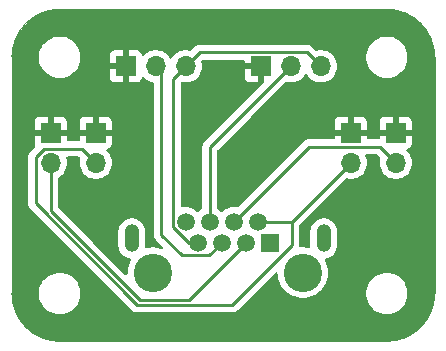
<source format=gbr>
G04 #@! TF.GenerationSoftware,KiCad,Pcbnew,7.0.2*
G04 #@! TF.CreationDate,2023-08-07T19:28:33-05:00*
G04 #@! TF.ProjectId,JoystickBoard,4a6f7973-7469-4636-9b42-6f6172642e6b,rev?*
G04 #@! TF.SameCoordinates,Original*
G04 #@! TF.FileFunction,Copper,L1,Top*
G04 #@! TF.FilePolarity,Positive*
%FSLAX46Y46*%
G04 Gerber Fmt 4.6, Leading zero omitted, Abs format (unit mm)*
G04 Created by KiCad (PCBNEW 7.0.2) date 2023-08-07 19:28:33*
%MOMM*%
%LPD*%
G01*
G04 APERTURE LIST*
G04 #@! TA.AperFunction,ComponentPad*
%ADD10R,1.700000X1.700000*%
G04 #@! TD*
G04 #@! TA.AperFunction,ComponentPad*
%ADD11O,1.700000X1.700000*%
G04 #@! TD*
G04 #@! TA.AperFunction,WasherPad*
%ADD12C,3.250000*%
G04 #@! TD*
G04 #@! TA.AperFunction,ComponentPad*
%ADD13R,1.500000X1.500000*%
G04 #@! TD*
G04 #@! TA.AperFunction,ComponentPad*
%ADD14C,1.500000*%
G04 #@! TD*
G04 #@! TA.AperFunction,ComponentPad*
%ADD15O,1.259000X2.362000*%
G04 #@! TD*
G04 #@! TA.AperFunction,ViaPad*
%ADD16C,0.800000*%
G04 #@! TD*
G04 #@! TA.AperFunction,Conductor*
%ADD17C,0.250000*%
G04 #@! TD*
G04 #@! TA.AperFunction,Profile*
%ADD18C,0.050000*%
G04 #@! TD*
G04 APERTURE END LIST*
D10*
X139700000Y-97075001D03*
D11*
X139700000Y-99615001D03*
D12*
X144529080Y-108922820D03*
X157229080Y-108922820D03*
D13*
X154428380Y-106382820D03*
D14*
X153408380Y-104602820D03*
X152398380Y-106382820D03*
X151378380Y-104602820D03*
X150368380Y-106382820D03*
X149348380Y-104602820D03*
X148338380Y-106382820D03*
X147318380Y-104602820D03*
D15*
X142749080Y-106020870D03*
X159009080Y-106020870D03*
D10*
X142240000Y-91440000D03*
D11*
X144780000Y-91440000D03*
X147320000Y-91440000D03*
D10*
X161290000Y-97075001D03*
D11*
X161290000Y-99615001D03*
D10*
X165100000Y-97075001D03*
D11*
X165100000Y-99615001D03*
X158750000Y-91440000D03*
X156210000Y-91440000D03*
D10*
X153670000Y-91440000D03*
X135890000Y-97075001D03*
D11*
X135890000Y-99615001D03*
D16*
X163576000Y-103632000D03*
X157480000Y-113030000D03*
X156972000Y-95250000D03*
X148844000Y-94742000D03*
X140716000Y-112776000D03*
X150622000Y-88138000D03*
X153416000Y-100330000D03*
X138684000Y-103632000D03*
D17*
X134600000Y-103035690D02*
X143213811Y-111649501D01*
X134600000Y-99165999D02*
X134600000Y-103035690D01*
X135325999Y-98440000D02*
X134600000Y-99165999D01*
X143213811Y-111649501D02*
X151246701Y-111649501D01*
X151246701Y-111649501D02*
X156302181Y-106594021D01*
X139700000Y-99615001D02*
X138524999Y-98440000D01*
X138524999Y-98440000D02*
X135325999Y-98440000D01*
X156302181Y-106594021D02*
X156302181Y-104602820D01*
X147581200Y-111200000D02*
X152398380Y-106382820D01*
X143400000Y-111200000D02*
X147581200Y-111200000D01*
X135890000Y-99615001D02*
X135890000Y-103690000D01*
X135890000Y-103690000D02*
X143400000Y-111200000D01*
X156302181Y-104602820D02*
X161290000Y-99615001D01*
X153408380Y-104602820D02*
X156302181Y-104602820D01*
X157731198Y-98250002D02*
X163735001Y-98250002D01*
X163735001Y-98250002D02*
X165100000Y-99615001D01*
X151378380Y-104602820D02*
X157731198Y-98250002D01*
X147005621Y-107457821D02*
X145237200Y-105689400D01*
X145237200Y-105689400D02*
X145237200Y-91897200D01*
X149293379Y-107457821D02*
X147005621Y-107457821D01*
X145237200Y-91897200D02*
X144780000Y-91440000D01*
X150368380Y-106382820D02*
X149293379Y-107457821D01*
X149348380Y-98301620D02*
X156210000Y-91440000D01*
X149348380Y-104602820D02*
X149348380Y-98301620D01*
X157574999Y-90264999D02*
X148495001Y-90264999D01*
X146243380Y-105048100D02*
X146243380Y-92516620D01*
X158750000Y-91440000D02*
X157574999Y-90264999D01*
X148338380Y-106382820D02*
X147578100Y-106382820D01*
X146243380Y-92516620D02*
X147320000Y-91440000D01*
X147578100Y-106382820D02*
X146243380Y-105048100D01*
X148495001Y-90264999D02*
X147320000Y-91440000D01*
G04 #@! TA.AperFunction,Conductor*
G36*
X152254121Y-90918501D02*
G01*
X152300614Y-90972157D01*
X152312000Y-91024499D01*
X152312000Y-91186000D01*
X153238884Y-91186000D01*
X153210507Y-91230156D01*
X153170000Y-91368111D01*
X153170000Y-91511889D01*
X153210507Y-91649844D01*
X153238884Y-91694000D01*
X152312000Y-91694000D01*
X152312000Y-92335222D01*
X152312359Y-92341936D01*
X152318505Y-92399093D01*
X152369554Y-92535962D01*
X152457095Y-92652904D01*
X152574037Y-92740445D01*
X152710906Y-92791494D01*
X152768063Y-92797640D01*
X152774777Y-92798000D01*
X153416000Y-92798000D01*
X153416000Y-91873674D01*
X153527685Y-91924680D01*
X153634237Y-91940000D01*
X153705763Y-91940000D01*
X153812315Y-91924680D01*
X153924000Y-91873674D01*
X153924000Y-92777904D01*
X153903998Y-92846025D01*
X153887095Y-92866999D01*
X148959716Y-97794377D01*
X148943396Y-97807453D01*
X148894750Y-97859255D01*
X148892001Y-97862092D01*
X148875047Y-97879047D01*
X148875040Y-97879054D01*
X148872245Y-97881850D01*
X148869822Y-97884972D01*
X148869806Y-97884991D01*
X148869745Y-97885071D01*
X148862069Y-97894056D01*
X148831794Y-97926297D01*
X148822032Y-97944054D01*
X148811181Y-97960572D01*
X148798765Y-97976579D01*
X148781204Y-98017159D01*
X148775984Y-98027815D01*
X148754684Y-98066560D01*
X148749647Y-98086179D01*
X148743244Y-98104881D01*
X148735198Y-98123475D01*
X148728281Y-98167144D01*
X148725875Y-98178764D01*
X148714880Y-98221589D01*
X148714880Y-98241843D01*
X148713329Y-98261553D01*
X148710159Y-98281562D01*
X148714321Y-98325581D01*
X148714880Y-98337439D01*
X148714880Y-103444465D01*
X148694878Y-103512586D01*
X148661151Y-103547678D01*
X148536338Y-103635073D01*
X148422475Y-103748937D01*
X148360163Y-103782963D01*
X148289348Y-103777898D01*
X148244285Y-103748937D01*
X148130421Y-103635073D01*
X147950033Y-103508763D01*
X147750454Y-103415699D01*
X147537755Y-103358705D01*
X147361747Y-103343307D01*
X147318380Y-103339513D01*
X147318379Y-103339513D01*
X147275013Y-103343307D01*
X147099009Y-103358705D01*
X147035490Y-103375724D01*
X146964515Y-103374035D01*
X146905719Y-103334241D01*
X146877771Y-103268977D01*
X146876880Y-103254018D01*
X146876880Y-92892109D01*
X146896882Y-92823988D01*
X146950538Y-92777495D01*
X147020812Y-92767391D01*
X147023582Y-92767821D01*
X147207431Y-92798500D01*
X147207434Y-92798500D01*
X147432566Y-92798500D01*
X147432569Y-92798500D01*
X147654635Y-92761444D01*
X147867574Y-92688342D01*
X148065576Y-92581189D01*
X148243240Y-92442906D01*
X148395722Y-92277268D01*
X148518860Y-92088791D01*
X148609296Y-91882616D01*
X148664564Y-91664368D01*
X148683156Y-91440000D01*
X148664564Y-91215632D01*
X148636817Y-91106062D01*
X148639484Y-91035117D01*
X148669864Y-90986038D01*
X148720501Y-90935402D01*
X148782815Y-90901378D01*
X148809596Y-90898499D01*
X152186000Y-90898499D01*
X152254121Y-90918501D01*
G37*
G04 #@! TD.AperFunction*
G04 #@! TA.AperFunction,Conductor*
G36*
X164340898Y-86639634D02*
G01*
X164704807Y-86656459D01*
X164716395Y-86657533D01*
X164816713Y-86671526D01*
X165074320Y-86707460D01*
X165085731Y-86709594D01*
X165437520Y-86792334D01*
X165448708Y-86795517D01*
X165791352Y-86910360D01*
X165802199Y-86914562D01*
X166132802Y-87060537D01*
X166143193Y-87065712D01*
X166458901Y-87241560D01*
X166468794Y-87247685D01*
X166766945Y-87451922D01*
X166776211Y-87458919D01*
X167054245Y-87689796D01*
X167062845Y-87697637D01*
X167318362Y-87953154D01*
X167326203Y-87961754D01*
X167557077Y-88239785D01*
X167564079Y-88249057D01*
X167643095Y-88364406D01*
X167768313Y-88547203D01*
X167774439Y-88557098D01*
X167950280Y-88872792D01*
X167955465Y-88883205D01*
X168003651Y-88992336D01*
X168101436Y-89213798D01*
X168105640Y-89224650D01*
X168220481Y-89567288D01*
X168223666Y-89578482D01*
X168306402Y-89930252D01*
X168308541Y-89941693D01*
X168358466Y-90299604D01*
X168359540Y-90311191D01*
X168370435Y-90546818D01*
X168376265Y-90672927D01*
X168376366Y-90675100D01*
X168376500Y-90680920D01*
X168376500Y-110677579D01*
X168376366Y-110683399D01*
X168359540Y-111047308D01*
X168358466Y-111058895D01*
X168308541Y-111416806D01*
X168306402Y-111428247D01*
X168223666Y-111780017D01*
X168220481Y-111791211D01*
X168105640Y-112133849D01*
X168101436Y-112144701D01*
X167955468Y-112475289D01*
X167950280Y-112485707D01*
X167774439Y-112801401D01*
X167768313Y-112811296D01*
X167564085Y-113109434D01*
X167557071Y-113118722D01*
X167326203Y-113396745D01*
X167318362Y-113405345D01*
X167062845Y-113660862D01*
X167054245Y-113668703D01*
X166776222Y-113899571D01*
X166766934Y-113906585D01*
X166468796Y-114110813D01*
X166458901Y-114116939D01*
X166143207Y-114292780D01*
X166132789Y-114297968D01*
X165802201Y-114443936D01*
X165791349Y-114448140D01*
X165448711Y-114562981D01*
X165437517Y-114566166D01*
X165085747Y-114648902D01*
X165074306Y-114651041D01*
X164716395Y-114700966D01*
X164704808Y-114702040D01*
X164352450Y-114718331D01*
X164340897Y-114718866D01*
X164335079Y-114719000D01*
X136654921Y-114719000D01*
X136649102Y-114718866D01*
X136637002Y-114718306D01*
X136285191Y-114702040D01*
X136273604Y-114700966D01*
X135915693Y-114651041D01*
X135904252Y-114648902D01*
X135552482Y-114566166D01*
X135541288Y-114562981D01*
X135198650Y-114448140D01*
X135187798Y-114443936D01*
X134966336Y-114346151D01*
X134857205Y-114297965D01*
X134846797Y-114292782D01*
X134688945Y-114204859D01*
X134531098Y-114116939D01*
X134521203Y-114110813D01*
X134423532Y-114043907D01*
X134223057Y-113906579D01*
X134213785Y-113899577D01*
X133935754Y-113668703D01*
X133927154Y-113660862D01*
X133671637Y-113405345D01*
X133663796Y-113396745D01*
X133580017Y-113295854D01*
X133432919Y-113118711D01*
X133425922Y-113109445D01*
X133221685Y-112811294D01*
X133215560Y-112801401D01*
X133039712Y-112485693D01*
X133034537Y-112475302D01*
X132888562Y-112144699D01*
X132884359Y-112133849D01*
X132883655Y-112131750D01*
X132769517Y-111791208D01*
X132766333Y-111780017D01*
X132764559Y-111772474D01*
X132683594Y-111428231D01*
X132681460Y-111416820D01*
X132631533Y-111058895D01*
X132630459Y-111047307D01*
X132619450Y-110809182D01*
X134887500Y-110809182D01*
X134926604Y-111068615D01*
X134926605Y-111068618D01*
X135003936Y-111319323D01*
X135117772Y-111555704D01*
X135265563Y-111772474D01*
X135265565Y-111772476D01*
X135265567Y-111772479D01*
X135444019Y-111964805D01*
X135649143Y-112128386D01*
X135876357Y-112259568D01*
X136120584Y-112355420D01*
X136376370Y-112413802D01*
X136572506Y-112428500D01*
X136574859Y-112428500D01*
X136701141Y-112428500D01*
X136703494Y-112428500D01*
X136899630Y-112413802D01*
X137155416Y-112355420D01*
X137399643Y-112259568D01*
X137626857Y-112128386D01*
X137831981Y-111964805D01*
X138010433Y-111772479D01*
X138158228Y-111555704D01*
X138272063Y-111319323D01*
X138349396Y-111068615D01*
X138388500Y-110809182D01*
X138388500Y-110546818D01*
X138349396Y-110287385D01*
X138272063Y-110036677D01*
X138268902Y-110030114D01*
X138217242Y-109922841D01*
X138158228Y-109800296D01*
X138010433Y-109583521D01*
X137831981Y-109391195D01*
X137626857Y-109227614D01*
X137399643Y-109096432D01*
X137296326Y-109055883D01*
X137155417Y-109000580D01*
X136899630Y-108942198D01*
X136705836Y-108927675D01*
X136705822Y-108927674D01*
X136703494Y-108927500D01*
X136572506Y-108927500D01*
X136570178Y-108927674D01*
X136570163Y-108927675D01*
X136376369Y-108942198D01*
X136120582Y-109000580D01*
X135876356Y-109096432D01*
X135665417Y-109218218D01*
X135649143Y-109227614D01*
X135444019Y-109391195D01*
X135305525Y-109540455D01*
X135265563Y-109583525D01*
X135117772Y-109800295D01*
X135003936Y-110036676D01*
X134930258Y-110275538D01*
X134926604Y-110287385D01*
X134887500Y-110546818D01*
X134887500Y-110809182D01*
X132619450Y-110809182D01*
X132613634Y-110683398D01*
X132613500Y-110677579D01*
X132613500Y-99145943D01*
X133961779Y-99145943D01*
X133965940Y-99189962D01*
X133966499Y-99201818D01*
X133966499Y-102951842D01*
X133964204Y-102972631D01*
X133966438Y-103043674D01*
X133966500Y-103047633D01*
X133966500Y-103075546D01*
X133966995Y-103079464D01*
X133966997Y-103079496D01*
X133967008Y-103079578D01*
X133967937Y-103091387D01*
X133969326Y-103135582D01*
X133974977Y-103155031D01*
X133978986Y-103174386D01*
X133981525Y-103194484D01*
X133981525Y-103194486D01*
X133981526Y-103194487D01*
X133991932Y-103220771D01*
X133997801Y-103235593D01*
X134001644Y-103246820D01*
X134013980Y-103289280D01*
X134024294Y-103306720D01*
X134032987Y-103324464D01*
X134038946Y-103339513D01*
X134040449Y-103343309D01*
X134066431Y-103379070D01*
X134072948Y-103388991D01*
X134095458Y-103427053D01*
X134109778Y-103441373D01*
X134122618Y-103456406D01*
X134134526Y-103472795D01*
X134168598Y-103500982D01*
X134177378Y-103508972D01*
X142706562Y-112038156D01*
X142719646Y-112054486D01*
X142771477Y-112103158D01*
X142774320Y-112105914D01*
X142794041Y-112125635D01*
X142797162Y-112128056D01*
X142797170Y-112128063D01*
X142797236Y-112128114D01*
X142806256Y-112135818D01*
X142838490Y-112166087D01*
X142856246Y-112175848D01*
X142872762Y-112186697D01*
X142888770Y-112199114D01*
X142928964Y-112216507D01*
X142929336Y-112216668D01*
X142939999Y-112221892D01*
X142978749Y-112243195D01*
X142978751Y-112243196D01*
X142998373Y-112248234D01*
X143017078Y-112254638D01*
X143035666Y-112262682D01*
X143079333Y-112269597D01*
X143090940Y-112272001D01*
X143133781Y-112283001D01*
X143154042Y-112283001D01*
X143173750Y-112284551D01*
X143193754Y-112287720D01*
X143193754Y-112287719D01*
X143193755Y-112287720D01*
X143237765Y-112283560D01*
X143249622Y-112283001D01*
X151162848Y-112283001D01*
X151183636Y-112285296D01*
X151186608Y-112285202D01*
X151186610Y-112285203D01*
X151254686Y-112283063D01*
X151258646Y-112283001D01*
X151282595Y-112283001D01*
X151286557Y-112283001D01*
X151290557Y-112282495D01*
X151302400Y-112281562D01*
X151346590Y-112280174D01*
X151366039Y-112274522D01*
X151385399Y-112270513D01*
X151405498Y-112267975D01*
X151446616Y-112251694D01*
X151457818Y-112247858D01*
X151500294Y-112235519D01*
X151517740Y-112225200D01*
X151535481Y-112216510D01*
X151554318Y-112209053D01*
X151590093Y-112183059D01*
X151600004Y-112176549D01*
X151638063Y-112154043D01*
X151652392Y-112139713D01*
X151667420Y-112126878D01*
X151683808Y-112114973D01*
X151712004Y-112080887D01*
X151719973Y-112072131D01*
X154880532Y-108911572D01*
X154942842Y-108877548D01*
X155013657Y-108882613D01*
X155070493Y-108925160D01*
X155095304Y-108991680D01*
X155095331Y-108992070D01*
X155110219Y-109209716D01*
X155110513Y-109214010D01*
X155111386Y-109218211D01*
X155111387Y-109218218D01*
X155162238Y-109462926D01*
X155169896Y-109499776D01*
X155171333Y-109503819D01*
X155171336Y-109503830D01*
X155266196Y-109770742D01*
X155266199Y-109770749D01*
X155267637Y-109774795D01*
X155401917Y-110033942D01*
X155404398Y-110037457D01*
X155404400Y-110037460D01*
X155567749Y-110268874D01*
X155567754Y-110268880D01*
X155570233Y-110272392D01*
X155769450Y-110485702D01*
X155995858Y-110669898D01*
X156245238Y-110821549D01*
X156512945Y-110937831D01*
X156793992Y-111016577D01*
X157083145Y-111056320D01*
X157087450Y-111056320D01*
X157370710Y-111056320D01*
X157375015Y-111056320D01*
X157664168Y-111016577D01*
X157945215Y-110937831D01*
X158212922Y-110821549D01*
X158233259Y-110809182D01*
X162587500Y-110809182D01*
X162626604Y-111068615D01*
X162626605Y-111068618D01*
X162703936Y-111319323D01*
X162817772Y-111555704D01*
X162965563Y-111772474D01*
X162965565Y-111772476D01*
X162965567Y-111772479D01*
X163144019Y-111964805D01*
X163349143Y-112128386D01*
X163576357Y-112259568D01*
X163820584Y-112355420D01*
X164076370Y-112413802D01*
X164272506Y-112428500D01*
X164274859Y-112428500D01*
X164401141Y-112428500D01*
X164403494Y-112428500D01*
X164599630Y-112413802D01*
X164855416Y-112355420D01*
X165099643Y-112259568D01*
X165326857Y-112128386D01*
X165531981Y-111964805D01*
X165710433Y-111772479D01*
X165858228Y-111555704D01*
X165972063Y-111319323D01*
X166049396Y-111068615D01*
X166088500Y-110809182D01*
X166088500Y-110546818D01*
X166049396Y-110287385D01*
X165972063Y-110036677D01*
X165968902Y-110030114D01*
X165917242Y-109922841D01*
X165858228Y-109800296D01*
X165710433Y-109583521D01*
X165531981Y-109391195D01*
X165326857Y-109227614D01*
X165099643Y-109096432D01*
X164996326Y-109055883D01*
X164855417Y-109000580D01*
X164599630Y-108942198D01*
X164405836Y-108927675D01*
X164405822Y-108927674D01*
X164403494Y-108927500D01*
X164272506Y-108927500D01*
X164270178Y-108927674D01*
X164270163Y-108927675D01*
X164076369Y-108942198D01*
X163820582Y-109000580D01*
X163576356Y-109096432D01*
X163365417Y-109218218D01*
X163349143Y-109227614D01*
X163144019Y-109391195D01*
X163005525Y-109540455D01*
X162965563Y-109583525D01*
X162817772Y-109800295D01*
X162703936Y-110036676D01*
X162630258Y-110275538D01*
X162626604Y-110287385D01*
X162587500Y-110546818D01*
X162587500Y-110809182D01*
X158233259Y-110809182D01*
X158462302Y-110669898D01*
X158688710Y-110485702D01*
X158887927Y-110272392D01*
X159056243Y-110033942D01*
X159190523Y-109774795D01*
X159288264Y-109499776D01*
X159347647Y-109214010D01*
X159367565Y-108922820D01*
X159347647Y-108631630D01*
X159288264Y-108345864D01*
X159190523Y-108070845D01*
X159091580Y-107879896D01*
X159078000Y-107810212D01*
X159104250Y-107744246D01*
X159161997Y-107702945D01*
X159180288Y-107698077D01*
X159321843Y-107671616D01*
X159518503Y-107595430D01*
X159697816Y-107484404D01*
X159853675Y-107342320D01*
X159980772Y-107174016D01*
X160074779Y-106985224D01*
X160132495Y-106782373D01*
X160147080Y-106624979D01*
X160147080Y-105416761D01*
X160132495Y-105259367D01*
X160074779Y-105056516D01*
X159980772Y-104867724D01*
X159978883Y-104865223D01*
X159947710Y-104823943D01*
X159853675Y-104699420D01*
X159697816Y-104557336D01*
X159647974Y-104526475D01*
X159518504Y-104446310D01*
X159321843Y-104370124D01*
X159321842Y-104370124D01*
X159114531Y-104331370D01*
X158903629Y-104331370D01*
X158748144Y-104360435D01*
X158696316Y-104370124D01*
X158499655Y-104446310D01*
X158320345Y-104557335D01*
X158164484Y-104699421D01*
X158037389Y-104867721D01*
X157943379Y-105056519D01*
X157892222Y-105236320D01*
X157885665Y-105259367D01*
X157871080Y-105416761D01*
X157871080Y-106624979D01*
X157875627Y-106674051D01*
X157879112Y-106711656D01*
X157865480Y-106781332D01*
X157816342Y-106832577D01*
X157747300Y-106849121D01*
X157719656Y-106844609D01*
X157668318Y-106830225D01*
X157668307Y-106830222D01*
X157664168Y-106829063D01*
X157659907Y-106828477D01*
X157659896Y-106828475D01*
X157379283Y-106789906D01*
X157379274Y-106789905D01*
X157375015Y-106789320D01*
X157083145Y-106789320D01*
X157078884Y-106789905D01*
X157078864Y-106789907D01*
X157078810Y-106789915D01*
X157078792Y-106789912D01*
X157074590Y-106790200D01*
X157078223Y-106789826D01*
X157008603Y-106779360D01*
X156955247Y-106732522D01*
X156935681Y-106665085D01*
X156935681Y-106653790D01*
X156937232Y-106634079D01*
X156938217Y-106627859D01*
X156940400Y-106614078D01*
X156939276Y-106602191D01*
X156936240Y-106570066D01*
X156935681Y-106558209D01*
X156935681Y-104917413D01*
X156955683Y-104849292D01*
X156972586Y-104828318D01*
X158849062Y-102951842D01*
X160832076Y-100968827D01*
X160894386Y-100934803D01*
X160944565Y-100937728D01*
X160945066Y-100934726D01*
X160955362Y-100936444D01*
X160955365Y-100936445D01*
X161177431Y-100973501D01*
X161177434Y-100973501D01*
X161402566Y-100973501D01*
X161402569Y-100973501D01*
X161624635Y-100936445D01*
X161837574Y-100863343D01*
X162035576Y-100756190D01*
X162213240Y-100617907D01*
X162365722Y-100452269D01*
X162488860Y-100263792D01*
X162579296Y-100057617D01*
X162634564Y-99839369D01*
X162653156Y-99615001D01*
X162634564Y-99390633D01*
X162579296Y-99172385D01*
X162530049Y-99060114D01*
X162521004Y-98989697D01*
X162551465Y-98925567D01*
X162611762Y-98888086D01*
X162645438Y-98883502D01*
X163420407Y-98883502D01*
X163488528Y-98903504D01*
X163509502Y-98920407D01*
X163750132Y-99161037D01*
X163784158Y-99223349D01*
X163783182Y-99281061D01*
X163755436Y-99390630D01*
X163755436Y-99390633D01*
X163736844Y-99615001D01*
X163755436Y-99839369D01*
X163755436Y-99839372D01*
X163755437Y-99839373D01*
X163810702Y-100057612D01*
X163901139Y-100263791D01*
X164024278Y-100452269D01*
X164176762Y-100617909D01*
X164354421Y-100756188D01*
X164354424Y-100756190D01*
X164552426Y-100863343D01*
X164765365Y-100936445D01*
X164987431Y-100973501D01*
X164987434Y-100973501D01*
X165212566Y-100973501D01*
X165212569Y-100973501D01*
X165434635Y-100936445D01*
X165647574Y-100863343D01*
X165845576Y-100756190D01*
X166023240Y-100617907D01*
X166175722Y-100452269D01*
X166298860Y-100263792D01*
X166389296Y-100057617D01*
X166444564Y-99839369D01*
X166463156Y-99615001D01*
X166444564Y-99390633D01*
X166389296Y-99172385D01*
X166298860Y-98966210D01*
X166175722Y-98777733D01*
X166032157Y-98621781D01*
X166000737Y-98558118D01*
X166008724Y-98487572D01*
X166053583Y-98432543D01*
X166080827Y-98418389D01*
X166195963Y-98375446D01*
X166312904Y-98287905D01*
X166400445Y-98170963D01*
X166451494Y-98034094D01*
X166457640Y-97976937D01*
X166458000Y-97970223D01*
X166458000Y-97329001D01*
X165531116Y-97329001D01*
X165559493Y-97284845D01*
X165600000Y-97146890D01*
X165600000Y-97003112D01*
X165559493Y-96865157D01*
X165531116Y-96821001D01*
X166458000Y-96821001D01*
X166458000Y-96179778D01*
X166457640Y-96173064D01*
X166451494Y-96115907D01*
X166400445Y-95979038D01*
X166312904Y-95862096D01*
X166195962Y-95774555D01*
X166059093Y-95723506D01*
X166001936Y-95717360D01*
X165995223Y-95717001D01*
X165354000Y-95717001D01*
X165354000Y-96641326D01*
X165242315Y-96590321D01*
X165135763Y-96575001D01*
X165064237Y-96575001D01*
X164957685Y-96590321D01*
X164846000Y-96641326D01*
X164846000Y-95717001D01*
X164204777Y-95717001D01*
X164198063Y-95717360D01*
X164140906Y-95723506D01*
X164004037Y-95774555D01*
X163887095Y-95862096D01*
X163799554Y-95979038D01*
X163748505Y-96115907D01*
X163742359Y-96173064D01*
X163742000Y-96179778D01*
X163742000Y-96821001D01*
X164668884Y-96821001D01*
X164640507Y-96865157D01*
X164600000Y-97003112D01*
X164600000Y-97146890D01*
X164640507Y-97284845D01*
X164668884Y-97329001D01*
X163742000Y-97329001D01*
X163742000Y-97490502D01*
X163721998Y-97558623D01*
X163668342Y-97605116D01*
X163616000Y-97616502D01*
X162774000Y-97616502D01*
X162705879Y-97596500D01*
X162659386Y-97542844D01*
X162648000Y-97490502D01*
X162648000Y-97329001D01*
X161721116Y-97329001D01*
X161749493Y-97284845D01*
X161790000Y-97146890D01*
X161790000Y-97003112D01*
X161749493Y-96865157D01*
X161721116Y-96821001D01*
X162648000Y-96821001D01*
X162648000Y-96179778D01*
X162647640Y-96173064D01*
X162641494Y-96115907D01*
X162590445Y-95979038D01*
X162502904Y-95862096D01*
X162385962Y-95774555D01*
X162249093Y-95723506D01*
X162191936Y-95717360D01*
X162185223Y-95717001D01*
X161544000Y-95717001D01*
X161544000Y-96641326D01*
X161432315Y-96590321D01*
X161325763Y-96575001D01*
X161254237Y-96575001D01*
X161147685Y-96590321D01*
X161036000Y-96641326D01*
X161036000Y-95717001D01*
X160394777Y-95717001D01*
X160388063Y-95717360D01*
X160330906Y-95723506D01*
X160194037Y-95774555D01*
X160077095Y-95862096D01*
X159989554Y-95979038D01*
X159938505Y-96115907D01*
X159932359Y-96173064D01*
X159932000Y-96179778D01*
X159932000Y-96821001D01*
X160858884Y-96821001D01*
X160830507Y-96865157D01*
X160790000Y-97003112D01*
X160790000Y-97146890D01*
X160830507Y-97284845D01*
X160858884Y-97329001D01*
X159932000Y-97329001D01*
X159932000Y-97490502D01*
X159911998Y-97558623D01*
X159858342Y-97605116D01*
X159806000Y-97616502D01*
X157815047Y-97616502D01*
X157794262Y-97614207D01*
X157723231Y-97616440D01*
X157719273Y-97616502D01*
X157691342Y-97616502D01*
X157687430Y-97616995D01*
X157687397Y-97616998D01*
X157687299Y-97617011D01*
X157675498Y-97617939D01*
X157631308Y-97619328D01*
X157611855Y-97624980D01*
X157592501Y-97628988D01*
X157572399Y-97631528D01*
X157531282Y-97647806D01*
X157520057Y-97651649D01*
X157477606Y-97663982D01*
X157460165Y-97674297D01*
X157442417Y-97682991D01*
X157423581Y-97690449D01*
X157387812Y-97716436D01*
X157377895Y-97722950D01*
X157339835Y-97745459D01*
X157325503Y-97759790D01*
X157310479Y-97772621D01*
X157294094Y-97784526D01*
X157265909Y-97818595D01*
X157257921Y-97827372D01*
X151750802Y-103334491D01*
X151688490Y-103368517D01*
X151629098Y-103367103D01*
X151597756Y-103358705D01*
X151378380Y-103339513D01*
X151159004Y-103358705D01*
X150946305Y-103415699D01*
X150746727Y-103508763D01*
X150566338Y-103635073D01*
X150452475Y-103748937D01*
X150390163Y-103782963D01*
X150319348Y-103777898D01*
X150274285Y-103748937D01*
X150160420Y-103635072D01*
X150035608Y-103547676D01*
X149991280Y-103492219D01*
X149981880Y-103444464D01*
X149981880Y-98616214D01*
X150001882Y-98548093D01*
X150018785Y-98527119D01*
X152828903Y-95717001D01*
X155752077Y-92793826D01*
X155814387Y-92759802D01*
X155864566Y-92762727D01*
X155865067Y-92759725D01*
X155875361Y-92761442D01*
X155875365Y-92761444D01*
X156097431Y-92798500D01*
X156097434Y-92798500D01*
X156322566Y-92798500D01*
X156322569Y-92798500D01*
X156544635Y-92761444D01*
X156757574Y-92688342D01*
X156955576Y-92581189D01*
X157133240Y-92442906D01*
X157285722Y-92277268D01*
X157374518Y-92141354D01*
X157428521Y-92095268D01*
X157498869Y-92085693D01*
X157563226Y-92115670D01*
X157585480Y-92141353D01*
X157662713Y-92259567D01*
X157674278Y-92277268D01*
X157826762Y-92442908D01*
X157946317Y-92535962D01*
X158004424Y-92581189D01*
X158202426Y-92688342D01*
X158415365Y-92761444D01*
X158637431Y-92798500D01*
X158637434Y-92798500D01*
X158862566Y-92798500D01*
X158862569Y-92798500D01*
X159084635Y-92761444D01*
X159297574Y-92688342D01*
X159495576Y-92581189D01*
X159673240Y-92442906D01*
X159825722Y-92277268D01*
X159948860Y-92088791D01*
X160039296Y-91882616D01*
X160094564Y-91664368D01*
X160113156Y-91440000D01*
X160094564Y-91215632D01*
X160039296Y-90997384D01*
X159956744Y-90809182D01*
X162587500Y-90809182D01*
X162626604Y-91068615D01*
X162626605Y-91068618D01*
X162703936Y-91319323D01*
X162817772Y-91555704D01*
X162965563Y-91772474D01*
X162965565Y-91772476D01*
X162965567Y-91772479D01*
X163144019Y-91964805D01*
X163349143Y-92128386D01*
X163576357Y-92259568D01*
X163820584Y-92355420D01*
X164076370Y-92413802D01*
X164272506Y-92428500D01*
X164274859Y-92428500D01*
X164401141Y-92428500D01*
X164403494Y-92428500D01*
X164599630Y-92413802D01*
X164855416Y-92355420D01*
X165099643Y-92259568D01*
X165326857Y-92128386D01*
X165531981Y-91964805D01*
X165710433Y-91772479D01*
X165858228Y-91555704D01*
X165972063Y-91319323D01*
X166049396Y-91068615D01*
X166088500Y-90809182D01*
X166088500Y-90546818D01*
X166049396Y-90287385D01*
X165972063Y-90036677D01*
X165858228Y-89800296D01*
X165756997Y-89651818D01*
X165710436Y-89583525D01*
X165710434Y-89583523D01*
X165710433Y-89583521D01*
X165531981Y-89391195D01*
X165326857Y-89227614D01*
X165099643Y-89096432D01*
X164855417Y-89000580D01*
X164599630Y-88942198D01*
X164405836Y-88927675D01*
X164405822Y-88927674D01*
X164403494Y-88927500D01*
X164272506Y-88927500D01*
X164270178Y-88927674D01*
X164270163Y-88927675D01*
X164076369Y-88942198D01*
X163820582Y-89000580D01*
X163576356Y-89096432D01*
X163349146Y-89227612D01*
X163349143Y-89227614D01*
X163144019Y-89391195D01*
X163005525Y-89540455D01*
X162965563Y-89583525D01*
X162817772Y-89800295D01*
X162703936Y-90036676D01*
X162626605Y-90287381D01*
X162626604Y-90287385D01*
X162587500Y-90546818D01*
X162587500Y-90809182D01*
X159956744Y-90809182D01*
X159948860Y-90791209D01*
X159825722Y-90602732D01*
X159673240Y-90437094D01*
X159673239Y-90437093D01*
X159673237Y-90437091D01*
X159495578Y-90298812D01*
X159297573Y-90191657D01*
X159145800Y-90139554D01*
X159084635Y-90118556D01*
X158862569Y-90081500D01*
X158637431Y-90081500D01*
X158415365Y-90118556D01*
X158415360Y-90118557D01*
X158405068Y-90120275D01*
X158404529Y-90117046D01*
X158351119Y-90119440D01*
X158292076Y-90086171D01*
X158082243Y-89876338D01*
X158069170Y-89860020D01*
X158017347Y-89811355D01*
X158014505Y-89808600D01*
X157997573Y-89791668D01*
X157994769Y-89788864D01*
X157991574Y-89786385D01*
X157982553Y-89778681D01*
X157950319Y-89748412D01*
X157932566Y-89738652D01*
X157916040Y-89727796D01*
X157900040Y-89715385D01*
X157859465Y-89697827D01*
X157848803Y-89692603D01*
X157810062Y-89671304D01*
X157796312Y-89667774D01*
X157790436Y-89666265D01*
X157771730Y-89659861D01*
X157753144Y-89651818D01*
X157709474Y-89644901D01*
X157697852Y-89642494D01*
X157688049Y-89639977D01*
X157655029Y-89631499D01*
X157655028Y-89631499D01*
X157634775Y-89631499D01*
X157615065Y-89629948D01*
X157595056Y-89626778D01*
X157551038Y-89630940D01*
X157539180Y-89631499D01*
X148578850Y-89631499D01*
X148558065Y-89629204D01*
X148487034Y-89631437D01*
X148483076Y-89631499D01*
X148455145Y-89631499D01*
X148451233Y-89631992D01*
X148451200Y-89631995D01*
X148451102Y-89632008D01*
X148439301Y-89632936D01*
X148395111Y-89634325D01*
X148375658Y-89639977D01*
X148356304Y-89643985D01*
X148336205Y-89646524D01*
X148295097Y-89662800D01*
X148283871Y-89666643D01*
X148241409Y-89678980D01*
X148223965Y-89689296D01*
X148206216Y-89697990D01*
X148187385Y-89705445D01*
X148151626Y-89731426D01*
X148141707Y-89737942D01*
X148103637Y-89760456D01*
X148089310Y-89774784D01*
X148074280Y-89787621D01*
X148057895Y-89799525D01*
X148029712Y-89833592D01*
X148021724Y-89842369D01*
X147777922Y-90086171D01*
X147715610Y-90120197D01*
X147665432Y-90117273D01*
X147664932Y-90120275D01*
X147654639Y-90118557D01*
X147654635Y-90118556D01*
X147432569Y-90081500D01*
X147207431Y-90081500D01*
X146985365Y-90118556D01*
X146985362Y-90118556D01*
X146985362Y-90118557D01*
X146772426Y-90191657D01*
X146574421Y-90298812D01*
X146396762Y-90437091D01*
X146244278Y-90602731D01*
X146155483Y-90738643D01*
X146101479Y-90784731D01*
X146031131Y-90794306D01*
X145966774Y-90764328D01*
X145944517Y-90738643D01*
X145901583Y-90672928D01*
X145855722Y-90602732D01*
X145703240Y-90437094D01*
X145703239Y-90437093D01*
X145703237Y-90437091D01*
X145525578Y-90298812D01*
X145327573Y-90191657D01*
X145175800Y-90139554D01*
X145114635Y-90118556D01*
X144892569Y-90081500D01*
X144667431Y-90081500D01*
X144445365Y-90118556D01*
X144445362Y-90118556D01*
X144445362Y-90118557D01*
X144232426Y-90191657D01*
X144034421Y-90298812D01*
X143856762Y-90437091D01*
X143795375Y-90503775D01*
X143734521Y-90540346D01*
X143663557Y-90538211D01*
X143605012Y-90498049D01*
X143584618Y-90462469D01*
X143540445Y-90344037D01*
X143452904Y-90227095D01*
X143335962Y-90139554D01*
X143199093Y-90088505D01*
X143141936Y-90082359D01*
X143135223Y-90082000D01*
X142494000Y-90082000D01*
X142494000Y-91006325D01*
X142382315Y-90955320D01*
X142275763Y-90940000D01*
X142204237Y-90940000D01*
X142097685Y-90955320D01*
X141986000Y-91006325D01*
X141986000Y-90082000D01*
X141344777Y-90082000D01*
X141338063Y-90082359D01*
X141280906Y-90088505D01*
X141144037Y-90139554D01*
X141027095Y-90227095D01*
X140939554Y-90344037D01*
X140888505Y-90480906D01*
X140882359Y-90538063D01*
X140882000Y-90544777D01*
X140882000Y-91186000D01*
X141808884Y-91186000D01*
X141780507Y-91230156D01*
X141740000Y-91368111D01*
X141740000Y-91511889D01*
X141780507Y-91649844D01*
X141808884Y-91694000D01*
X140882000Y-91694000D01*
X140882000Y-92335222D01*
X140882359Y-92341936D01*
X140888505Y-92399093D01*
X140939554Y-92535962D01*
X141027095Y-92652904D01*
X141144037Y-92740445D01*
X141280906Y-92791494D01*
X141338063Y-92797640D01*
X141344777Y-92798000D01*
X141986000Y-92798000D01*
X141986000Y-91873674D01*
X142097685Y-91924680D01*
X142204237Y-91940000D01*
X142275763Y-91940000D01*
X142382315Y-91924680D01*
X142494000Y-91873674D01*
X142494000Y-92798000D01*
X143135223Y-92798000D01*
X143141936Y-92797640D01*
X143199093Y-92791494D01*
X143335962Y-92740445D01*
X143452904Y-92652904D01*
X143540445Y-92535962D01*
X143584618Y-92417530D01*
X143627164Y-92360694D01*
X143693685Y-92335883D01*
X143763059Y-92350974D01*
X143795372Y-92376222D01*
X143816427Y-92399093D01*
X143856762Y-92442908D01*
X143976317Y-92535962D01*
X144034424Y-92581189D01*
X144232426Y-92688342D01*
X144445365Y-92761444D01*
X144498440Y-92770300D01*
X144562337Y-92801240D01*
X144599365Y-92861816D01*
X144603700Y-92894581D01*
X144603700Y-105605547D01*
X144601404Y-105626335D01*
X144603638Y-105697384D01*
X144603700Y-105701343D01*
X144603700Y-105729256D01*
X144604195Y-105733174D01*
X144604197Y-105733206D01*
X144604208Y-105733288D01*
X144605137Y-105745097D01*
X144606526Y-105789292D01*
X144612177Y-105808741D01*
X144616186Y-105828096D01*
X144618725Y-105848194D01*
X144635001Y-105889303D01*
X144638844Y-105900530D01*
X144651180Y-105942990D01*
X144661494Y-105960430D01*
X144670187Y-105978174D01*
X144677648Y-105997017D01*
X144677649Y-105997019D01*
X144703631Y-106032780D01*
X144710148Y-106042701D01*
X144732658Y-106080763D01*
X144746978Y-106095083D01*
X144759818Y-106110116D01*
X144771726Y-106126505D01*
X144805798Y-106154692D01*
X144814567Y-106162671D01*
X145129290Y-106477394D01*
X145341877Y-106689981D01*
X145375902Y-106752293D01*
X145370837Y-106823109D01*
X145328290Y-106879944D01*
X145261770Y-106904755D01*
X145218786Y-106900404D01*
X144968309Y-106830223D01*
X144968305Y-106830222D01*
X144964168Y-106829063D01*
X144959905Y-106828477D01*
X144959900Y-106828476D01*
X144679283Y-106789906D01*
X144679274Y-106789905D01*
X144675015Y-106789320D01*
X144383145Y-106789320D01*
X144378886Y-106789905D01*
X144378876Y-106789906D01*
X144098263Y-106828475D01*
X144098249Y-106828477D01*
X144093992Y-106829063D01*
X144089856Y-106830221D01*
X144089836Y-106830226D01*
X144038502Y-106844609D01*
X143967511Y-106843726D01*
X143908267Y-106804603D01*
X143879579Y-106739661D01*
X143879048Y-106711655D01*
X143887080Y-106624979D01*
X143887080Y-105416761D01*
X143872495Y-105259367D01*
X143814779Y-105056516D01*
X143720772Y-104867724D01*
X143718883Y-104865223D01*
X143687710Y-104823943D01*
X143593675Y-104699420D01*
X143437816Y-104557336D01*
X143387974Y-104526475D01*
X143258504Y-104446310D01*
X143061843Y-104370124D01*
X143061842Y-104370124D01*
X142854531Y-104331370D01*
X142643629Y-104331370D01*
X142488144Y-104360435D01*
X142436316Y-104370124D01*
X142239655Y-104446310D01*
X142060345Y-104557335D01*
X141904484Y-104699421D01*
X141777389Y-104867721D01*
X141683379Y-105056519D01*
X141632222Y-105236320D01*
X141625665Y-105259367D01*
X141611080Y-105416761D01*
X141611080Y-106624979D01*
X141625665Y-106782373D01*
X141625665Y-106782376D01*
X141625666Y-106782377D01*
X141683379Y-106985220D01*
X141777389Y-107174018D01*
X141778691Y-107175742D01*
X141904485Y-107342320D01*
X142060344Y-107484404D01*
X142239657Y-107595430D01*
X142436317Y-107671616D01*
X142577861Y-107698075D01*
X142641143Y-107730253D01*
X142676985Y-107791538D01*
X142674004Y-107862472D01*
X142666579Y-107879895D01*
X142567637Y-108070845D01*
X142566201Y-108074885D01*
X142566196Y-108074897D01*
X142471336Y-108341809D01*
X142471331Y-108341824D01*
X142469896Y-108345864D01*
X142469021Y-108350071D01*
X142469021Y-108350074D01*
X142411387Y-108627421D01*
X142411385Y-108627430D01*
X142410513Y-108631630D01*
X142410219Y-108635917D01*
X142410219Y-108635923D01*
X142393692Y-108877548D01*
X142390595Y-108922820D01*
X142390889Y-108927118D01*
X142390889Y-108927120D01*
X142394954Y-108986557D01*
X142379647Y-109055883D01*
X142329289Y-109105929D01*
X142259868Y-109120804D01*
X142193425Y-109095787D01*
X142180153Y-109084249D01*
X139478724Y-106382820D01*
X136560405Y-103464500D01*
X136526379Y-103402188D01*
X136523500Y-103375405D01*
X136523500Y-100891921D01*
X136543502Y-100823800D01*
X136589530Y-100781108D01*
X136635576Y-100756190D01*
X136813240Y-100617907D01*
X136965722Y-100452269D01*
X137088860Y-100263792D01*
X137179296Y-100057617D01*
X137234564Y-99839369D01*
X137253156Y-99615001D01*
X137234564Y-99390633D01*
X137193995Y-99230430D01*
X137196662Y-99159485D01*
X137237262Y-99101243D01*
X137302905Y-99074197D01*
X137316139Y-99073500D01*
X138210405Y-99073500D01*
X138278526Y-99093502D01*
X138299500Y-99110405D01*
X138350132Y-99161037D01*
X138384158Y-99223349D01*
X138383182Y-99281061D01*
X138355436Y-99390630D01*
X138355436Y-99390633D01*
X138336844Y-99615001D01*
X138355436Y-99839369D01*
X138355436Y-99839372D01*
X138355437Y-99839373D01*
X138410702Y-100057612D01*
X138501139Y-100263791D01*
X138624278Y-100452269D01*
X138776762Y-100617909D01*
X138954421Y-100756188D01*
X138954424Y-100756190D01*
X139152426Y-100863343D01*
X139365365Y-100936445D01*
X139587431Y-100973501D01*
X139587434Y-100973501D01*
X139812566Y-100973501D01*
X139812569Y-100973501D01*
X140034635Y-100936445D01*
X140247574Y-100863343D01*
X140445576Y-100756190D01*
X140623240Y-100617907D01*
X140775722Y-100452269D01*
X140898860Y-100263792D01*
X140989296Y-100057617D01*
X141044564Y-99839369D01*
X141063156Y-99615001D01*
X141044564Y-99390633D01*
X140989296Y-99172385D01*
X140898860Y-98966210D01*
X140775722Y-98777733D01*
X140632157Y-98621781D01*
X140600737Y-98558118D01*
X140608724Y-98487572D01*
X140653583Y-98432543D01*
X140680827Y-98418389D01*
X140795963Y-98375446D01*
X140912904Y-98287905D01*
X141000445Y-98170963D01*
X141051494Y-98034094D01*
X141057640Y-97976937D01*
X141058000Y-97970223D01*
X141058000Y-97329001D01*
X140131116Y-97329001D01*
X140159493Y-97284845D01*
X140200000Y-97146890D01*
X140200000Y-97003112D01*
X140159493Y-96865157D01*
X140131116Y-96821001D01*
X141058000Y-96821001D01*
X141058000Y-96179778D01*
X141057640Y-96173064D01*
X141051494Y-96115907D01*
X141000445Y-95979038D01*
X140912904Y-95862096D01*
X140795962Y-95774555D01*
X140659093Y-95723506D01*
X140601936Y-95717360D01*
X140595223Y-95717001D01*
X139954000Y-95717001D01*
X139954000Y-96641326D01*
X139842315Y-96590321D01*
X139735763Y-96575001D01*
X139664237Y-96575001D01*
X139557685Y-96590321D01*
X139446000Y-96641326D01*
X139446000Y-95717001D01*
X138804777Y-95717001D01*
X138798063Y-95717360D01*
X138740906Y-95723506D01*
X138604037Y-95774555D01*
X138487095Y-95862096D01*
X138399554Y-95979038D01*
X138348505Y-96115907D01*
X138342359Y-96173064D01*
X138342000Y-96179778D01*
X138342000Y-96821001D01*
X139268884Y-96821001D01*
X139240507Y-96865157D01*
X139200000Y-97003112D01*
X139200000Y-97146890D01*
X139240507Y-97284845D01*
X139268884Y-97329001D01*
X138342000Y-97329001D01*
X138342000Y-97680500D01*
X138321998Y-97748621D01*
X138268342Y-97795114D01*
X138216000Y-97806500D01*
X137374000Y-97806500D01*
X137305879Y-97786498D01*
X137259386Y-97732842D01*
X137248000Y-97680500D01*
X137248000Y-97329001D01*
X136321116Y-97329001D01*
X136349493Y-97284845D01*
X136390000Y-97146890D01*
X136390000Y-97003112D01*
X136349493Y-96865157D01*
X136321116Y-96821001D01*
X137248000Y-96821001D01*
X137248000Y-96179778D01*
X137247640Y-96173064D01*
X137241494Y-96115907D01*
X137190445Y-95979038D01*
X137102904Y-95862096D01*
X136985962Y-95774555D01*
X136849093Y-95723506D01*
X136791936Y-95717360D01*
X136785223Y-95717001D01*
X136144000Y-95717001D01*
X136144000Y-96641326D01*
X136032315Y-96590321D01*
X135925763Y-96575001D01*
X135854237Y-96575001D01*
X135747685Y-96590321D01*
X135636000Y-96641326D01*
X135636000Y-95717001D01*
X134994777Y-95717001D01*
X134988063Y-95717360D01*
X134930906Y-95723506D01*
X134794037Y-95774555D01*
X134677095Y-95862096D01*
X134589554Y-95979038D01*
X134538505Y-96115907D01*
X134532359Y-96173064D01*
X134532000Y-96179778D01*
X134532000Y-96821001D01*
X135458884Y-96821001D01*
X135430507Y-96865157D01*
X135390000Y-97003112D01*
X135390000Y-97146890D01*
X135430507Y-97284845D01*
X135458884Y-97329001D01*
X134532000Y-97329001D01*
X134532000Y-97970223D01*
X134532359Y-97976937D01*
X134538505Y-98034094D01*
X134591023Y-98174902D01*
X134596087Y-98245718D01*
X134562063Y-98308029D01*
X134211338Y-98658755D01*
X134195015Y-98671833D01*
X134146370Y-98723634D01*
X134143621Y-98726471D01*
X134126667Y-98743426D01*
X134126660Y-98743433D01*
X134123865Y-98746229D01*
X134121442Y-98749351D01*
X134121426Y-98749370D01*
X134121365Y-98749450D01*
X134113689Y-98758435D01*
X134083414Y-98790676D01*
X134073652Y-98808433D01*
X134062801Y-98824951D01*
X134050385Y-98840958D01*
X134032824Y-98881538D01*
X134027604Y-98892194D01*
X134006304Y-98930939D01*
X134001267Y-98950558D01*
X133994864Y-98969260D01*
X133986818Y-98987854D01*
X133979901Y-99031523D01*
X133977495Y-99043143D01*
X133966499Y-99085968D01*
X133966500Y-99106222D01*
X133964949Y-99125932D01*
X133961779Y-99145943D01*
X132613500Y-99145943D01*
X132613500Y-90809182D01*
X134887500Y-90809182D01*
X134926604Y-91068615D01*
X134926605Y-91068618D01*
X135003936Y-91319323D01*
X135117772Y-91555704D01*
X135265563Y-91772474D01*
X135265565Y-91772476D01*
X135265567Y-91772479D01*
X135444019Y-91964805D01*
X135649143Y-92128386D01*
X135876357Y-92259568D01*
X136120584Y-92355420D01*
X136376370Y-92413802D01*
X136572506Y-92428500D01*
X136574859Y-92428500D01*
X136701141Y-92428500D01*
X136703494Y-92428500D01*
X136899630Y-92413802D01*
X137155416Y-92355420D01*
X137399643Y-92259568D01*
X137626857Y-92128386D01*
X137831981Y-91964805D01*
X138010433Y-91772479D01*
X138158228Y-91555704D01*
X138272063Y-91319323D01*
X138349396Y-91068615D01*
X138388500Y-90809182D01*
X138388500Y-90546818D01*
X138349396Y-90287385D01*
X138272063Y-90036677D01*
X138158228Y-89800296D01*
X138056997Y-89651818D01*
X138010436Y-89583525D01*
X138010434Y-89583523D01*
X138010433Y-89583521D01*
X137831981Y-89391195D01*
X137626857Y-89227614D01*
X137399643Y-89096432D01*
X137399643Y-89096431D01*
X137155417Y-89000580D01*
X136899630Y-88942198D01*
X136705836Y-88927675D01*
X136705822Y-88927674D01*
X136703494Y-88927500D01*
X136572506Y-88927500D01*
X136570178Y-88927674D01*
X136570163Y-88927675D01*
X136376369Y-88942198D01*
X136120582Y-89000580D01*
X135876356Y-89096432D01*
X135649146Y-89227612D01*
X135649143Y-89227614D01*
X135444019Y-89391195D01*
X135305525Y-89540455D01*
X135265563Y-89583525D01*
X135117772Y-89800295D01*
X135003936Y-90036676D01*
X134926605Y-90287381D01*
X134926604Y-90287385D01*
X134887500Y-90546818D01*
X134887500Y-90809182D01*
X132613500Y-90809182D01*
X132613500Y-90680920D01*
X132613634Y-90675101D01*
X132630459Y-90311192D01*
X132631533Y-90299604D01*
X132641647Y-90227095D01*
X132681461Y-89941675D01*
X132683593Y-89930272D01*
X132766335Y-89578473D01*
X132769518Y-89567288D01*
X132883366Y-89227614D01*
X132884362Y-89224639D01*
X132888559Y-89213807D01*
X133034541Y-88883188D01*
X133039707Y-88872814D01*
X133215566Y-88557087D01*
X133221678Y-88547214D01*
X133425930Y-88249043D01*
X133432911Y-88239798D01*
X133663805Y-87961743D01*
X133671626Y-87953165D01*
X133927165Y-87697626D01*
X133935743Y-87689805D01*
X134213798Y-87458911D01*
X134223043Y-87451930D01*
X134521214Y-87247678D01*
X134531087Y-87241566D01*
X134846814Y-87065707D01*
X134857188Y-87060541D01*
X135187807Y-86914559D01*
X135198639Y-86910362D01*
X135541297Y-86795515D01*
X135552473Y-86792335D01*
X135904272Y-86709593D01*
X135915675Y-86707461D01*
X136225710Y-86664213D01*
X136273604Y-86657533D01*
X136285192Y-86656459D01*
X136649102Y-86639634D01*
X136654921Y-86639500D01*
X136660285Y-86639500D01*
X164329715Y-86639500D01*
X164335079Y-86639500D01*
X164340898Y-86639634D01*
G37*
G04 #@! TD.AperFunction*
D18*
X132588000Y-110680500D02*
G75*
G03*
X136652000Y-114744500I4064000J0D01*
G01*
X168402000Y-90678000D02*
X168402000Y-110680500D01*
X132588000Y-110680500D02*
X132588000Y-90678000D01*
X164338000Y-114744500D02*
X136652000Y-114744500D01*
X136652000Y-86614000D02*
G75*
G03*
X132588000Y-90678000I0J-4064000D01*
G01*
X164338000Y-86614000D02*
X136652000Y-86614000D01*
X168402000Y-90678000D02*
G75*
G03*
X164338000Y-86614000I-4064000J0D01*
G01*
X164338000Y-114744500D02*
G75*
G03*
X168402000Y-110680500I0J4064000D01*
G01*
M02*

</source>
